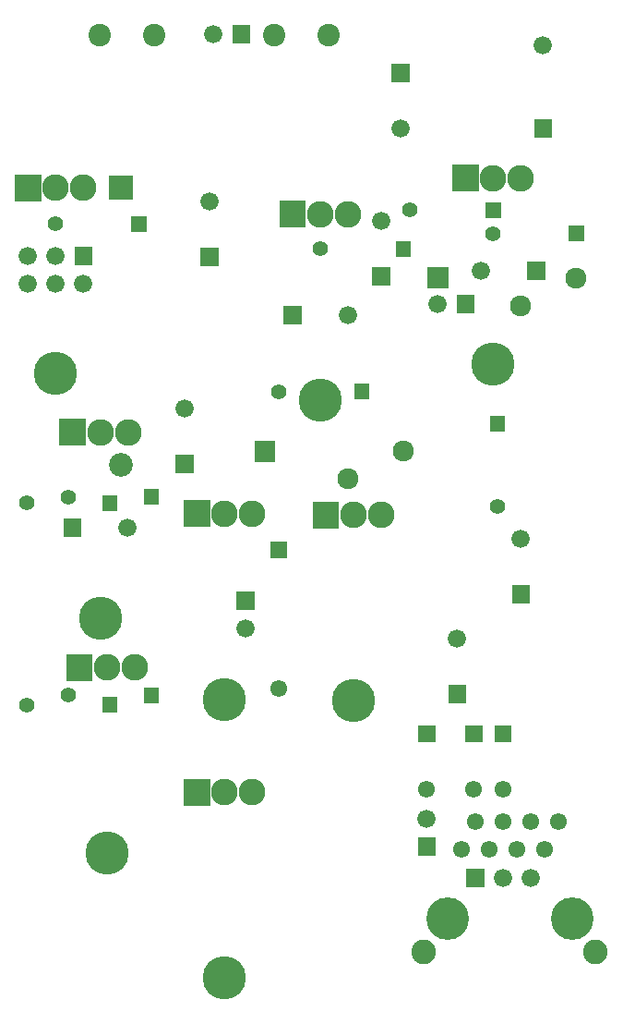
<source format=gbr>
G04 start of page 7 for group -4062 idx -4062 *
G04 Title: (unknown), soldermask *
G04 Creator: pcb 1.99z *
G04 CreationDate: Thu 18 Dec 2014 06:06:48 AM GMT UTC *
G04 For: commonadmin *
G04 Format: Gerber/RS-274X *
G04 PCB-Dimensions (mil): 2350.00 3800.00 *
G04 PCB-Coordinate-Origin: lower left *
%MOIN*%
%FSLAX25Y25*%
%LNBOTTOMMASK*%
%ADD113C,0.0887*%
%ADD112C,0.1536*%
%ADD111C,0.0611*%
%ADD110C,0.0610*%
%ADD109C,0.0860*%
%ADD108C,0.0810*%
%ADD107C,0.0759*%
%ADD106C,0.1560*%
%ADD105C,0.0660*%
%ADD104C,0.0560*%
%ADD103C,0.0960*%
%ADD102C,0.0001*%
G54D102*G36*
X183200Y221300D02*Y215700D01*
X188800D01*
Y221300D01*
X183200D01*
G37*
G54D103*X122000Y294000D03*
G54D104*Y281500D03*
G54D103*X132000Y294000D03*
G54D102*G36*
X149200Y284300D02*Y278700D01*
X154800D01*
Y284300D01*
X149200D01*
G37*
G54D105*X144000Y291500D03*
G54D104*X154500Y295500D03*
G54D106*X122000Y227000D03*
G54D102*G36*
X134200Y232800D02*Y227200D01*
X139800D01*
Y232800D01*
X134200D01*
G37*
G54D104*X107000Y230000D03*
G54D102*G36*
X108700Y260800D02*Y254200D01*
X115300D01*
Y260800D01*
X108700D01*
G37*
G54D105*X132000Y257500D03*
G54D102*G36*
X140700Y274800D02*Y268200D01*
X147300D01*
Y274800D01*
X140700D01*
G37*
G36*
X160703Y274797D02*Y267203D01*
X168297D01*
Y274797D01*
X160703D01*
G37*
G36*
X171200Y264800D02*Y258200D01*
X177800D01*
Y264800D01*
X171200D01*
G37*
G54D105*X164500Y261500D03*
X180000Y273500D03*
G54D102*G36*
X181700Y298300D02*Y292700D01*
X187300D01*
Y298300D01*
X181700D01*
G37*
G54D104*X184500Y287000D03*
X186000Y188500D03*
G54D102*G36*
X169700Y311800D02*Y302200D01*
X179300D01*
Y311800D01*
X169700D01*
G37*
G54D103*X184500Y307000D03*
X194500D03*
G54D106*X184500Y240000D03*
G54D102*G36*
X211700Y289800D02*Y284200D01*
X217300D01*
Y289800D01*
X211700D01*
G37*
G54D107*X214500Y271000D03*
X194500Y261000D03*
G54D102*G36*
X196700Y276800D02*Y270200D01*
X203300D01*
Y276800D01*
X196700D01*
G37*
G36*
X191200Y160300D02*Y153700D01*
X197800D01*
Y160300D01*
X191200D01*
G37*
G54D105*X194500Y177000D03*
G54D108*X124992Y358500D03*
G54D102*G36*
X147700Y348300D02*Y341700D01*
X154300D01*
Y348300D01*
X147700D01*
G37*
G54D105*X151000Y325000D03*
G54D102*G36*
X199200Y328300D02*Y321700D01*
X205800D01*
Y328300D01*
X199200D01*
G37*
G54D105*X202500Y355000D03*
G54D108*X105307Y358500D03*
G54D102*G36*
X90200Y362300D02*Y355700D01*
X96800D01*
Y362300D01*
X90200D01*
G37*
G54D105*X83500Y359000D03*
G54D108*X62000Y358500D03*
X42315D03*
G54D102*G36*
X11700Y308300D02*Y298700D01*
X21300D01*
Y308300D01*
X11700D01*
G37*
G54D103*X26500Y303500D03*
X36500D03*
G54D102*G36*
X45700Y307800D02*Y299200D01*
X54300D01*
Y307800D01*
X45700D01*
G37*
G36*
X53700Y293300D02*Y287700D01*
X59300D01*
Y293300D01*
X53700D01*
G37*
G54D104*X26500Y290500D03*
G54D102*G36*
X33200Y282300D02*Y275700D01*
X39800D01*
Y282300D01*
X33200D01*
G37*
G54D105*X26500Y279000D03*
X16500D03*
Y269000D03*
X26500D03*
X36500D03*
G54D102*G36*
X78700Y281800D02*Y275200D01*
X85300D01*
Y281800D01*
X78700D01*
G37*
G54D105*X82000Y298500D03*
G54D102*G36*
X107200Y298800D02*Y289200D01*
X116800D01*
Y298800D01*
X107200D01*
G37*
G54D106*X26500Y236500D03*
G54D102*G36*
X27728Y220139D02*Y210539D01*
X37328D01*
Y220139D01*
X27728D01*
G37*
G54D103*X42528Y215339D03*
G54D102*G36*
X72700Y190800D02*Y181200D01*
X82300D01*
Y190800D01*
X72700D01*
G37*
G54D105*X52500Y181000D03*
G54D102*G36*
X58200Y194800D02*Y189200D01*
X63800D01*
Y194800D01*
X58200D01*
G37*
G54D109*X50000Y203500D03*
G54D102*G36*
X98203Y212297D02*Y204703D01*
X105797D01*
Y212297D01*
X98203D01*
G37*
G36*
X69700Y207300D02*Y200700D01*
X76300D01*
Y207300D01*
X69700D01*
G37*
G54D105*X73000Y224000D03*
G54D103*X52528Y215339D03*
G54D102*G36*
X29200Y184300D02*Y177700D01*
X35800D01*
Y184300D01*
X29200D01*
G37*
G54D104*X31000Y192000D03*
G54D102*G36*
X43228Y192639D02*Y187039D01*
X48828D01*
Y192639D01*
X43228D01*
G37*
G54D104*X16028Y189839D03*
G54D107*X152000Y208500D03*
X132000Y198500D03*
G54D102*G36*
X103950Y176050D02*Y169950D01*
X110050D01*
Y176050D01*
X103950D01*
G37*
G36*
X119200Y190300D02*Y180700D01*
X128800D01*
Y190300D01*
X119200D01*
G37*
G54D103*X134000Y185500D03*
X144000D03*
X87500Y186000D03*
X97500D03*
G54D102*G36*
X72700Y90300D02*Y80700D01*
X82300D01*
Y90300D01*
X72700D01*
G37*
G54D103*X87500Y85500D03*
X97500D03*
G54D106*X87500Y18500D03*
X134000Y118500D03*
X45000Y63500D03*
G54D102*G36*
X43200Y119800D02*Y114200D01*
X48800D01*
Y119800D01*
X43200D01*
G37*
G54D110*X107000Y123000D03*
G54D102*G36*
X91700Y157800D02*Y151200D01*
X98300D01*
Y157800D01*
X91700D01*
G37*
G54D105*X95000Y144500D03*
G54D106*X42528Y148339D03*
X87500Y119000D03*
G54D102*G36*
X58200Y123300D02*Y117700D01*
X63800D01*
Y123300D01*
X58200D01*
G37*
G54D104*X31000Y120500D03*
G54D102*G36*
X30200Y135300D02*Y125700D01*
X39800D01*
Y135300D01*
X30200D01*
G37*
G54D103*X45000Y130500D03*
X55000D03*
G54D104*X16000Y117000D03*
G54D102*G36*
X168200Y124300D02*Y117700D01*
X174800D01*
Y124300D01*
X168200D01*
G37*
G54D105*X171500Y141000D03*
G54D102*G36*
X174450Y109550D02*Y103450D01*
X180550D01*
Y109550D01*
X174450D01*
G37*
G54D110*X177500Y86500D03*
G54D102*G36*
X157450Y109550D02*Y103450D01*
X163550D01*
Y109550D01*
X157450D01*
G37*
G54D110*X160500Y86500D03*
G54D102*G36*
X184950Y109550D02*Y103450D01*
X191050D01*
Y109550D01*
X184950D01*
G37*
G54D110*X188000Y86500D03*
G54D102*G36*
X157200Y69300D02*Y62700D01*
X163800D01*
Y69300D01*
X157200D01*
G37*
G54D111*X173000Y65000D03*
X183000D03*
X193000D03*
X203000D03*
G54D105*X160500Y76000D03*
G54D112*X168000Y40000D03*
G54D113*X159457Y27992D03*
G54D111*X178000Y75000D03*
X188000D03*
G54D112*X213000Y40000D03*
G54D113*X221465Y27992D03*
G54D111*X198000Y75000D03*
X208000D03*
G54D102*G36*
X174700Y57800D02*Y51200D01*
X181300D01*
Y57800D01*
X174700D01*
G37*
G54D105*X188000Y54500D03*
X198000D03*
M02*

</source>
